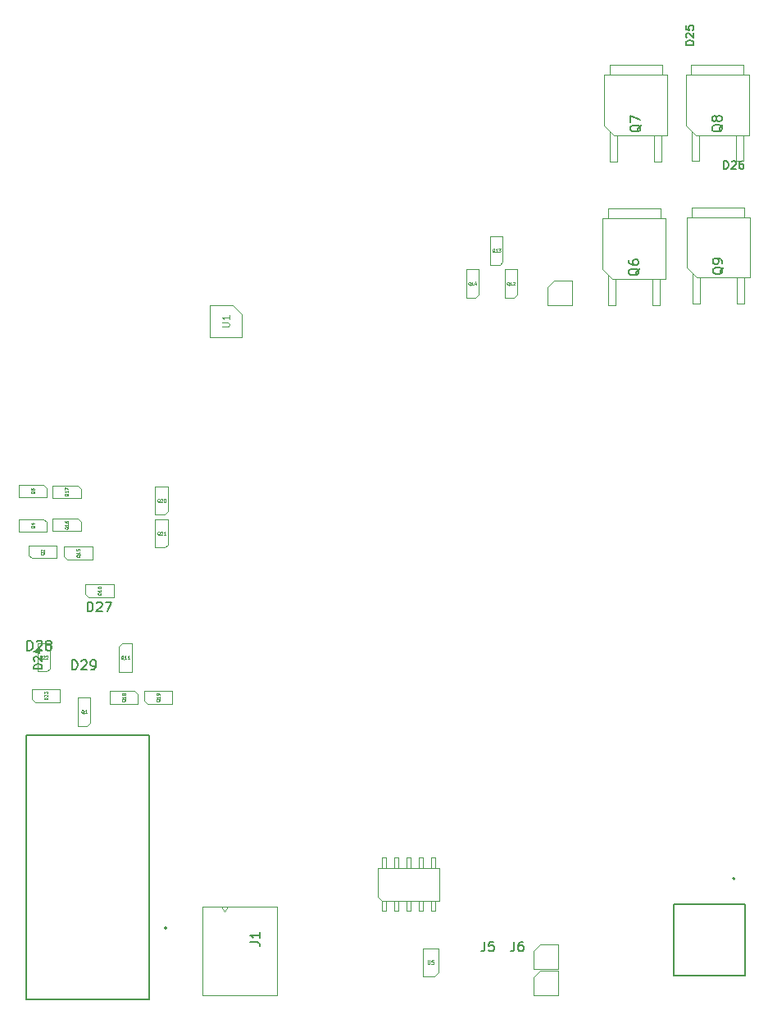
<source format=gbr>
G04 #@! TF.GenerationSoftware,KiCad,Pcbnew,(6.0.1)*
G04 #@! TF.CreationDate,2022-09-01T10:58:57+03:00*
G04 #@! TF.ProjectId,alphax_2ch,616c7068-6178-45f3-9263-682e6b696361,b*
G04 #@! TF.SameCoordinates,PX141f5e0PYa2cace0*
G04 #@! TF.FileFunction,AssemblyDrawing,Top*
%FSLAX46Y46*%
G04 Gerber Fmt 4.6, Leading zero omitted, Abs format (unit mm)*
G04 Created by KiCad (PCBNEW (6.0.1)) date 2022-09-01 10:58:57*
%MOMM*%
%LPD*%
G01*
G04 APERTURE LIST*
%ADD10C,0.110000*%
%ADD11C,0.150000*%
%ADD12C,0.050000*%
%ADD13C,0.060000*%
%ADD14C,0.170000*%
%ADD15C,0.100000*%
%ADD16C,0.127000*%
%ADD17C,0.200000*%
G04 APERTURE END LIST*
D10*
G04 #@! TO.C,U1*
X27029285Y69648572D02*
X27636428Y69648572D01*
X27707857Y69684286D01*
X27743571Y69720000D01*
X27779285Y69791429D01*
X27779285Y69934286D01*
X27743571Y70005715D01*
X27707857Y70041429D01*
X27636428Y70077143D01*
X27029285Y70077143D01*
X27779285Y70827143D02*
X27779285Y70398572D01*
X27779285Y70612858D02*
X27029285Y70612858D01*
X27136428Y70541429D01*
X27207857Y70470000D01*
X27243571Y70398572D01*
D11*
G04 #@! TO.C,J5*
X54166666Y6197620D02*
X54166666Y5483334D01*
X54119047Y5340477D01*
X54023809Y5245239D01*
X53880952Y5197620D01*
X53785714Y5197620D01*
X55119047Y6197620D02*
X54642857Y6197620D01*
X54595238Y5721429D01*
X54642857Y5769048D01*
X54738095Y5816667D01*
X54976190Y5816667D01*
X55071428Y5769048D01*
X55119047Y5721429D01*
X55166666Y5626191D01*
X55166666Y5388096D01*
X55119047Y5292858D01*
X55071428Y5245239D01*
X54976190Y5197620D01*
X54738095Y5197620D01*
X54642857Y5245239D01*
X54595238Y5292858D01*
D12*
G04 #@! TO.C,Q13*
X55217142Y77324762D02*
X55186666Y77340000D01*
X55156190Y77370477D01*
X55110476Y77416191D01*
X55080000Y77431429D01*
X55049523Y77431429D01*
X55064761Y77355239D02*
X55034285Y77370477D01*
X55003809Y77400953D01*
X54988571Y77461905D01*
X54988571Y77568572D01*
X55003809Y77629524D01*
X55034285Y77660000D01*
X55064761Y77675239D01*
X55125714Y77675239D01*
X55156190Y77660000D01*
X55186666Y77629524D01*
X55201904Y77568572D01*
X55201904Y77461905D01*
X55186666Y77400953D01*
X55156190Y77370477D01*
X55125714Y77355239D01*
X55064761Y77355239D01*
X55506666Y77355239D02*
X55323809Y77355239D01*
X55415238Y77355239D02*
X55415238Y77675239D01*
X55384761Y77629524D01*
X55354285Y77599048D01*
X55323809Y77583810D01*
X55613333Y77675239D02*
X55811428Y77675239D01*
X55704761Y77553334D01*
X55750476Y77553334D01*
X55780952Y77538096D01*
X55796190Y77522858D01*
X55811428Y77492381D01*
X55811428Y77416191D01*
X55796190Y77385715D01*
X55780952Y77370477D01*
X55750476Y77355239D01*
X55659047Y77355239D01*
X55628571Y77370477D01*
X55613333Y77385715D01*
G04 #@! TO.C,Q1*
X12759523Y29734762D02*
X12729047Y29750000D01*
X12698571Y29780477D01*
X12652857Y29826191D01*
X12622380Y29841429D01*
X12591904Y29841429D01*
X12607142Y29765239D02*
X12576666Y29780477D01*
X12546190Y29810953D01*
X12530952Y29871905D01*
X12530952Y29978572D01*
X12546190Y30039524D01*
X12576666Y30070000D01*
X12607142Y30085239D01*
X12668095Y30085239D01*
X12698571Y30070000D01*
X12729047Y30039524D01*
X12744285Y29978572D01*
X12744285Y29871905D01*
X12729047Y29810953D01*
X12698571Y29780477D01*
X12668095Y29765239D01*
X12607142Y29765239D01*
X13049047Y29765239D02*
X12866190Y29765239D01*
X12957619Y29765239D02*
X12957619Y30085239D01*
X12927142Y30039524D01*
X12896666Y30009048D01*
X12866190Y29993810D01*
D11*
G04 #@! TO.C,D28*
X6935714Y36247620D02*
X6935714Y37247620D01*
X7173809Y37247620D01*
X7316666Y37200000D01*
X7411904Y37104762D01*
X7459523Y37009524D01*
X7507142Y36819048D01*
X7507142Y36676191D01*
X7459523Y36485715D01*
X7411904Y36390477D01*
X7316666Y36295239D01*
X7173809Y36247620D01*
X6935714Y36247620D01*
X7888095Y37152381D02*
X7935714Y37200000D01*
X8030952Y37247620D01*
X8269047Y37247620D01*
X8364285Y37200000D01*
X8411904Y37152381D01*
X8459523Y37057143D01*
X8459523Y36961905D01*
X8411904Y36819048D01*
X7840476Y36247620D01*
X8459523Y36247620D01*
X9030952Y36819048D02*
X8935714Y36866667D01*
X8888095Y36914286D01*
X8840476Y37009524D01*
X8840476Y37057143D01*
X8888095Y37152381D01*
X8935714Y37200000D01*
X9030952Y37247620D01*
X9221428Y37247620D01*
X9316666Y37200000D01*
X9364285Y37152381D01*
X9411904Y37057143D01*
X9411904Y37009524D01*
X9364285Y36914286D01*
X9316666Y36866667D01*
X9221428Y36819048D01*
X9030952Y36819048D01*
X8935714Y36771429D01*
X8888095Y36723810D01*
X8840476Y36628572D01*
X8840476Y36438096D01*
X8888095Y36342858D01*
X8935714Y36295239D01*
X9030952Y36247620D01*
X9221428Y36247620D01*
X9316666Y36295239D01*
X9364285Y36342858D01*
X9411904Y36438096D01*
X9411904Y36628572D01*
X9364285Y36723810D01*
X9316666Y36771429D01*
X9221428Y36819048D01*
G04 #@! TO.C,J1*
X29962380Y6141667D02*
X30676666Y6141667D01*
X30819523Y6094048D01*
X30914761Y5998810D01*
X30962380Y5855953D01*
X30962380Y5760715D01*
X30962380Y7141667D02*
X30962380Y6570239D01*
X30962380Y6855953D02*
X29962380Y6855953D01*
X30105238Y6760715D01*
X30200476Y6665477D01*
X30248095Y6570239D01*
G04 #@! TO.C,Q8*
X78767619Y90504762D02*
X78720000Y90409524D01*
X78624761Y90314286D01*
X78481904Y90171429D01*
X78434285Y90076191D01*
X78434285Y89980953D01*
X78672380Y90028572D02*
X78624761Y89933334D01*
X78529523Y89838096D01*
X78339047Y89790477D01*
X78005714Y89790477D01*
X77815238Y89838096D01*
X77720000Y89933334D01*
X77672380Y90028572D01*
X77672380Y90219048D01*
X77720000Y90314286D01*
X77815238Y90409524D01*
X78005714Y90457143D01*
X78339047Y90457143D01*
X78529523Y90409524D01*
X78624761Y90314286D01*
X78672380Y90219048D01*
X78672380Y90028572D01*
X78100952Y91028572D02*
X78053333Y90933334D01*
X78005714Y90885715D01*
X77910476Y90838096D01*
X77862857Y90838096D01*
X77767619Y90885715D01*
X77720000Y90933334D01*
X77672380Y91028572D01*
X77672380Y91219048D01*
X77720000Y91314286D01*
X77767619Y91361905D01*
X77862857Y91409524D01*
X77910476Y91409524D01*
X78005714Y91361905D01*
X78053333Y91314286D01*
X78100952Y91219048D01*
X78100952Y91028572D01*
X78148571Y90933334D01*
X78196190Y90885715D01*
X78291428Y90838096D01*
X78481904Y90838096D01*
X78577142Y90885715D01*
X78624761Y90933334D01*
X78672380Y91028572D01*
X78672380Y91219048D01*
X78624761Y91314286D01*
X78577142Y91361905D01*
X78481904Y91409524D01*
X78291428Y91409524D01*
X78196190Y91361905D01*
X78148571Y91314286D01*
X78100952Y91219048D01*
D12*
G04 #@! TO.C,Q4*
X7675238Y49119524D02*
X7660000Y49089048D01*
X7629523Y49058572D01*
X7583809Y49012858D01*
X7568571Y48982381D01*
X7568571Y48951905D01*
X7644761Y48967143D02*
X7629523Y48936667D01*
X7599047Y48906191D01*
X7538095Y48890953D01*
X7431428Y48890953D01*
X7370476Y48906191D01*
X7340000Y48936667D01*
X7324761Y48967143D01*
X7324761Y49028096D01*
X7340000Y49058572D01*
X7370476Y49089048D01*
X7431428Y49104286D01*
X7538095Y49104286D01*
X7599047Y49089048D01*
X7629523Y49058572D01*
X7644761Y49028096D01*
X7644761Y48967143D01*
X7431428Y49378572D02*
X7644761Y49378572D01*
X7309523Y49302381D02*
X7538095Y49226191D01*
X7538095Y49424286D01*
D13*
G04 #@! TO.C,U5*
X48285238Y4279048D02*
X48285238Y3955239D01*
X48304285Y3917143D01*
X48323333Y3898096D01*
X48361428Y3879048D01*
X48437619Y3879048D01*
X48475714Y3898096D01*
X48494761Y3917143D01*
X48513809Y3955239D01*
X48513809Y4279048D01*
X48894761Y4279048D02*
X48704285Y4279048D01*
X48685238Y4088572D01*
X48704285Y4107620D01*
X48742380Y4126667D01*
X48837619Y4126667D01*
X48875714Y4107620D01*
X48894761Y4088572D01*
X48913809Y4050477D01*
X48913809Y3955239D01*
X48894761Y3917143D01*
X48875714Y3898096D01*
X48837619Y3879048D01*
X48742380Y3879048D01*
X48704285Y3898096D01*
X48685238Y3917143D01*
D12*
G04 #@! TO.C,Q15*
X12375238Y46117143D02*
X12360000Y46086667D01*
X12329523Y46056191D01*
X12283809Y46010477D01*
X12268571Y45980000D01*
X12268571Y45949524D01*
X12344761Y45964762D02*
X12329523Y45934286D01*
X12299047Y45903810D01*
X12238095Y45888572D01*
X12131428Y45888572D01*
X12070476Y45903810D01*
X12040000Y45934286D01*
X12024761Y45964762D01*
X12024761Y46025715D01*
X12040000Y46056191D01*
X12070476Y46086667D01*
X12131428Y46101905D01*
X12238095Y46101905D01*
X12299047Y46086667D01*
X12329523Y46056191D01*
X12344761Y46025715D01*
X12344761Y45964762D01*
X12344761Y46406667D02*
X12344761Y46223810D01*
X12344761Y46315239D02*
X12024761Y46315239D01*
X12070476Y46284762D01*
X12100952Y46254286D01*
X12116190Y46223810D01*
X12024761Y46696191D02*
X12024761Y46543810D01*
X12177142Y46528572D01*
X12161904Y46543810D01*
X12146666Y46574286D01*
X12146666Y46650477D01*
X12161904Y46680953D01*
X12177142Y46696191D01*
X12207619Y46711429D01*
X12283809Y46711429D01*
X12314285Y46696191D01*
X12329523Y46680953D01*
X12344761Y46650477D01*
X12344761Y46574286D01*
X12329523Y46543810D01*
X12314285Y46528572D01*
G04 #@! TO.C,Q19*
X20627238Y31215143D02*
X20612000Y31184667D01*
X20581523Y31154191D01*
X20535809Y31108477D01*
X20520571Y31078000D01*
X20520571Y31047524D01*
X20596761Y31062762D02*
X20581523Y31032286D01*
X20551047Y31001810D01*
X20490095Y30986572D01*
X20383428Y30986572D01*
X20322476Y31001810D01*
X20292000Y31032286D01*
X20276761Y31062762D01*
X20276761Y31123715D01*
X20292000Y31154191D01*
X20322476Y31184667D01*
X20383428Y31199905D01*
X20490095Y31199905D01*
X20551047Y31184667D01*
X20581523Y31154191D01*
X20596761Y31123715D01*
X20596761Y31062762D01*
X20596761Y31504667D02*
X20596761Y31321810D01*
X20596761Y31413239D02*
X20276761Y31413239D01*
X20322476Y31382762D01*
X20352952Y31352286D01*
X20368190Y31321810D01*
X20596761Y31657048D02*
X20596761Y31718000D01*
X20581523Y31748477D01*
X20566285Y31763715D01*
X20520571Y31794191D01*
X20459619Y31809429D01*
X20337714Y31809429D01*
X20307238Y31794191D01*
X20292000Y31778953D01*
X20276761Y31748477D01*
X20276761Y31687524D01*
X20292000Y31657048D01*
X20307238Y31641810D01*
X20337714Y31626572D01*
X20413904Y31626572D01*
X20444380Y31641810D01*
X20459619Y31657048D01*
X20474857Y31687524D01*
X20474857Y31748477D01*
X20459619Y31778953D01*
X20444380Y31794191D01*
X20413904Y31809429D01*
G04 #@! TO.C,Q18*
X17071238Y31215143D02*
X17056000Y31184667D01*
X17025523Y31154191D01*
X16979809Y31108477D01*
X16964571Y31078000D01*
X16964571Y31047524D01*
X17040761Y31062762D02*
X17025523Y31032286D01*
X16995047Y31001810D01*
X16934095Y30986572D01*
X16827428Y30986572D01*
X16766476Y31001810D01*
X16736000Y31032286D01*
X16720761Y31062762D01*
X16720761Y31123715D01*
X16736000Y31154191D01*
X16766476Y31184667D01*
X16827428Y31199905D01*
X16934095Y31199905D01*
X16995047Y31184667D01*
X17025523Y31154191D01*
X17040761Y31123715D01*
X17040761Y31062762D01*
X17040761Y31504667D02*
X17040761Y31321810D01*
X17040761Y31413239D02*
X16720761Y31413239D01*
X16766476Y31382762D01*
X16796952Y31352286D01*
X16812190Y31321810D01*
X16857904Y31687524D02*
X16842666Y31657048D01*
X16827428Y31641810D01*
X16796952Y31626572D01*
X16781714Y31626572D01*
X16751238Y31641810D01*
X16736000Y31657048D01*
X16720761Y31687524D01*
X16720761Y31748477D01*
X16736000Y31778953D01*
X16751238Y31794191D01*
X16781714Y31809429D01*
X16796952Y31809429D01*
X16827428Y31794191D01*
X16842666Y31778953D01*
X16857904Y31748477D01*
X16857904Y31687524D01*
X16873142Y31657048D01*
X16888380Y31641810D01*
X16918857Y31626572D01*
X16979809Y31626572D01*
X17010285Y31641810D01*
X17025523Y31657048D01*
X17040761Y31687524D01*
X17040761Y31748477D01*
X17025523Y31778953D01*
X17010285Y31794191D01*
X16979809Y31809429D01*
X16918857Y31809429D01*
X16888380Y31794191D01*
X16873142Y31778953D01*
X16857904Y31748477D01*
D14*
G04 #@! TO.C,D26*
X78904285Y85929048D02*
X78904285Y86749048D01*
X79099523Y86749048D01*
X79216666Y86710000D01*
X79294761Y86631905D01*
X79333809Y86553810D01*
X79372857Y86397620D01*
X79372857Y86280477D01*
X79333809Y86124286D01*
X79294761Y86046191D01*
X79216666Y85968096D01*
X79099523Y85929048D01*
X78904285Y85929048D01*
X79685238Y86670953D02*
X79724285Y86710000D01*
X79802380Y86749048D01*
X79997619Y86749048D01*
X80075714Y86710000D01*
X80114761Y86670953D01*
X80153809Y86592858D01*
X80153809Y86514762D01*
X80114761Y86397620D01*
X79646190Y85929048D01*
X80153809Y85929048D01*
X80856666Y86749048D02*
X80700476Y86749048D01*
X80622380Y86710000D01*
X80583333Y86670953D01*
X80505238Y86553810D01*
X80466190Y86397620D01*
X80466190Y86085239D01*
X80505238Y86007143D01*
X80544285Y85968096D01*
X80622380Y85929048D01*
X80778571Y85929048D01*
X80856666Y85968096D01*
X80895714Y86007143D01*
X80934761Y86085239D01*
X80934761Y86280477D01*
X80895714Y86358572D01*
X80856666Y86397620D01*
X80778571Y86436667D01*
X80622380Y86436667D01*
X80544285Y86397620D01*
X80505238Y86358572D01*
X80466190Y86280477D01*
D12*
G04 #@! TO.C,Q22*
X8447142Y35334762D02*
X8416666Y35350000D01*
X8386190Y35380477D01*
X8340476Y35426191D01*
X8310000Y35441429D01*
X8279523Y35441429D01*
X8294761Y35365239D02*
X8264285Y35380477D01*
X8233809Y35410953D01*
X8218571Y35471905D01*
X8218571Y35578572D01*
X8233809Y35639524D01*
X8264285Y35670000D01*
X8294761Y35685239D01*
X8355714Y35685239D01*
X8386190Y35670000D01*
X8416666Y35639524D01*
X8431904Y35578572D01*
X8431904Y35471905D01*
X8416666Y35410953D01*
X8386190Y35380477D01*
X8355714Y35365239D01*
X8294761Y35365239D01*
X8553809Y35654762D02*
X8569047Y35670000D01*
X8599523Y35685239D01*
X8675714Y35685239D01*
X8706190Y35670000D01*
X8721428Y35654762D01*
X8736666Y35624286D01*
X8736666Y35593810D01*
X8721428Y35548096D01*
X8538571Y35365239D01*
X8736666Y35365239D01*
X8858571Y35654762D02*
X8873809Y35670000D01*
X8904285Y35685239D01*
X8980476Y35685239D01*
X9010952Y35670000D01*
X9026190Y35654762D01*
X9041428Y35624286D01*
X9041428Y35593810D01*
X9026190Y35548096D01*
X8843333Y35365239D01*
X9041428Y35365239D01*
D11*
G04 #@! TO.C,J6*
X57216666Y6197620D02*
X57216666Y5483334D01*
X57169047Y5340477D01*
X57073809Y5245239D01*
X56930952Y5197620D01*
X56835714Y5197620D01*
X58121428Y6197620D02*
X57930952Y6197620D01*
X57835714Y6150000D01*
X57788095Y6102381D01*
X57692857Y5959524D01*
X57645238Y5769048D01*
X57645238Y5388096D01*
X57692857Y5292858D01*
X57740476Y5245239D01*
X57835714Y5197620D01*
X58026190Y5197620D01*
X58121428Y5245239D01*
X58169047Y5292858D01*
X58216666Y5388096D01*
X58216666Y5626191D01*
X58169047Y5721429D01*
X58121428Y5769048D01*
X58026190Y5816667D01*
X57835714Y5816667D01*
X57740476Y5769048D01*
X57692857Y5721429D01*
X57645238Y5626191D01*
D12*
G04 #@! TO.C,Q14*
X52717142Y73924762D02*
X52686666Y73940000D01*
X52656190Y73970477D01*
X52610476Y74016191D01*
X52580000Y74031429D01*
X52549523Y74031429D01*
X52564761Y73955239D02*
X52534285Y73970477D01*
X52503809Y74000953D01*
X52488571Y74061905D01*
X52488571Y74168572D01*
X52503809Y74229524D01*
X52534285Y74260000D01*
X52564761Y74275239D01*
X52625714Y74275239D01*
X52656190Y74260000D01*
X52686666Y74229524D01*
X52701904Y74168572D01*
X52701904Y74061905D01*
X52686666Y74000953D01*
X52656190Y73970477D01*
X52625714Y73955239D01*
X52564761Y73955239D01*
X53006666Y73955239D02*
X52823809Y73955239D01*
X52915238Y73955239D02*
X52915238Y74275239D01*
X52884761Y74229524D01*
X52854285Y74199048D01*
X52823809Y74183810D01*
X53280952Y74168572D02*
X53280952Y73955239D01*
X53204761Y74290477D02*
X53128571Y74061905D01*
X53326666Y74061905D01*
D11*
G04 #@! TO.C,D29*
X11545714Y34247620D02*
X11545714Y35247620D01*
X11783809Y35247620D01*
X11926666Y35200000D01*
X12021904Y35104762D01*
X12069523Y35009524D01*
X12117142Y34819048D01*
X12117142Y34676191D01*
X12069523Y34485715D01*
X12021904Y34390477D01*
X11926666Y34295239D01*
X11783809Y34247620D01*
X11545714Y34247620D01*
X12498095Y35152381D02*
X12545714Y35200000D01*
X12640952Y35247620D01*
X12879047Y35247620D01*
X12974285Y35200000D01*
X13021904Y35152381D01*
X13069523Y35057143D01*
X13069523Y34961905D01*
X13021904Y34819048D01*
X12450476Y34247620D01*
X13069523Y34247620D01*
X13545714Y34247620D02*
X13736190Y34247620D01*
X13831428Y34295239D01*
X13879047Y34342858D01*
X13974285Y34485715D01*
X14021904Y34676191D01*
X14021904Y35057143D01*
X13974285Y35152381D01*
X13926666Y35200000D01*
X13831428Y35247620D01*
X13640952Y35247620D01*
X13545714Y35200000D01*
X13498095Y35152381D01*
X13450476Y35057143D01*
X13450476Y34819048D01*
X13498095Y34723810D01*
X13545714Y34676191D01*
X13640952Y34628572D01*
X13831428Y34628572D01*
X13926666Y34676191D01*
X13974285Y34723810D01*
X14021904Y34819048D01*
D12*
G04 #@! TO.C,Q17*
X11175238Y52417143D02*
X11160000Y52386667D01*
X11129523Y52356191D01*
X11083809Y52310477D01*
X11068571Y52280000D01*
X11068571Y52249524D01*
X11144761Y52264762D02*
X11129523Y52234286D01*
X11099047Y52203810D01*
X11038095Y52188572D01*
X10931428Y52188572D01*
X10870476Y52203810D01*
X10840000Y52234286D01*
X10824761Y52264762D01*
X10824761Y52325715D01*
X10840000Y52356191D01*
X10870476Y52386667D01*
X10931428Y52401905D01*
X11038095Y52401905D01*
X11099047Y52386667D01*
X11129523Y52356191D01*
X11144761Y52325715D01*
X11144761Y52264762D01*
X11144761Y52706667D02*
X11144761Y52523810D01*
X11144761Y52615239D02*
X10824761Y52615239D01*
X10870476Y52584762D01*
X10900952Y52554286D01*
X10916190Y52523810D01*
X10824761Y52813334D02*
X10824761Y53026667D01*
X11144761Y52889524D01*
G04 #@! TO.C,Q20*
X20617142Y51524762D02*
X20586666Y51540000D01*
X20556190Y51570477D01*
X20510476Y51616191D01*
X20480000Y51631429D01*
X20449523Y51631429D01*
X20464761Y51555239D02*
X20434285Y51570477D01*
X20403809Y51600953D01*
X20388571Y51661905D01*
X20388571Y51768572D01*
X20403809Y51829524D01*
X20434285Y51860000D01*
X20464761Y51875239D01*
X20525714Y51875239D01*
X20556190Y51860000D01*
X20586666Y51829524D01*
X20601904Y51768572D01*
X20601904Y51661905D01*
X20586666Y51600953D01*
X20556190Y51570477D01*
X20525714Y51555239D01*
X20464761Y51555239D01*
X20723809Y51844762D02*
X20739047Y51860000D01*
X20769523Y51875239D01*
X20845714Y51875239D01*
X20876190Y51860000D01*
X20891428Y51844762D01*
X20906666Y51814286D01*
X20906666Y51783810D01*
X20891428Y51738096D01*
X20708571Y51555239D01*
X20906666Y51555239D01*
X21104761Y51875239D02*
X21135238Y51875239D01*
X21165714Y51860000D01*
X21180952Y51844762D01*
X21196190Y51814286D01*
X21211428Y51753334D01*
X21211428Y51677143D01*
X21196190Y51616191D01*
X21180952Y51585715D01*
X21165714Y51570477D01*
X21135238Y51555239D01*
X21104761Y51555239D01*
X21074285Y51570477D01*
X21059047Y51585715D01*
X21043809Y51616191D01*
X21028571Y51677143D01*
X21028571Y51753334D01*
X21043809Y51814286D01*
X21059047Y51844762D01*
X21074285Y51860000D01*
X21104761Y51875239D01*
G04 #@! TO.C,D23*
X8994761Y31181429D02*
X8674761Y31181429D01*
X8674761Y31257620D01*
X8690000Y31303334D01*
X8720476Y31333810D01*
X8750952Y31349048D01*
X8811904Y31364286D01*
X8857619Y31364286D01*
X8918571Y31349048D01*
X8949047Y31333810D01*
X8979523Y31303334D01*
X8994761Y31257620D01*
X8994761Y31181429D01*
X8705238Y31486191D02*
X8690000Y31501429D01*
X8674761Y31531905D01*
X8674761Y31608096D01*
X8690000Y31638572D01*
X8705238Y31653810D01*
X8735714Y31669048D01*
X8766190Y31669048D01*
X8811904Y31653810D01*
X8994761Y31470953D01*
X8994761Y31669048D01*
X8674761Y31775715D02*
X8674761Y31973810D01*
X8796666Y31867143D01*
X8796666Y31912858D01*
X8811904Y31943334D01*
X8827142Y31958572D01*
X8857619Y31973810D01*
X8933809Y31973810D01*
X8964285Y31958572D01*
X8979523Y31943334D01*
X8994761Y31912858D01*
X8994761Y31821429D01*
X8979523Y31790953D01*
X8964285Y31775715D01*
G04 #@! TO.C,Q5*
X7675238Y52669524D02*
X7660000Y52639048D01*
X7629523Y52608572D01*
X7583809Y52562858D01*
X7568571Y52532381D01*
X7568571Y52501905D01*
X7644761Y52517143D02*
X7629523Y52486667D01*
X7599047Y52456191D01*
X7538095Y52440953D01*
X7431428Y52440953D01*
X7370476Y52456191D01*
X7340000Y52486667D01*
X7324761Y52517143D01*
X7324761Y52578096D01*
X7340000Y52608572D01*
X7370476Y52639048D01*
X7431428Y52654286D01*
X7538095Y52654286D01*
X7599047Y52639048D01*
X7629523Y52608572D01*
X7644761Y52578096D01*
X7644761Y52517143D01*
X7324761Y52943810D02*
X7324761Y52791429D01*
X7477142Y52776191D01*
X7461904Y52791429D01*
X7446666Y52821905D01*
X7446666Y52898096D01*
X7461904Y52928572D01*
X7477142Y52943810D01*
X7507619Y52959048D01*
X7583809Y52959048D01*
X7614285Y52943810D01*
X7629523Y52928572D01*
X7644761Y52898096D01*
X7644761Y52821905D01*
X7629523Y52791429D01*
X7614285Y52776191D01*
G04 #@! TO.C,Q12*
X56695142Y73924762D02*
X56664666Y73940000D01*
X56634190Y73970477D01*
X56588476Y74016191D01*
X56558000Y74031429D01*
X56527523Y74031429D01*
X56542761Y73955239D02*
X56512285Y73970477D01*
X56481809Y74000953D01*
X56466571Y74061905D01*
X56466571Y74168572D01*
X56481809Y74229524D01*
X56512285Y74260000D01*
X56542761Y74275239D01*
X56603714Y74275239D01*
X56634190Y74260000D01*
X56664666Y74229524D01*
X56679904Y74168572D01*
X56679904Y74061905D01*
X56664666Y74000953D01*
X56634190Y73970477D01*
X56603714Y73955239D01*
X56542761Y73955239D01*
X56984666Y73955239D02*
X56801809Y73955239D01*
X56893238Y73955239D02*
X56893238Y74275239D01*
X56862761Y74229524D01*
X56832285Y74199048D01*
X56801809Y74183810D01*
X57106571Y74244762D02*
X57121809Y74260000D01*
X57152285Y74275239D01*
X57228476Y74275239D01*
X57258952Y74260000D01*
X57274190Y74244762D01*
X57289428Y74214286D01*
X57289428Y74183810D01*
X57274190Y74138096D01*
X57091333Y73955239D01*
X57289428Y73955239D01*
G04 #@! TO.C,Q2*
X8675238Y46369524D02*
X8660000Y46339048D01*
X8629523Y46308572D01*
X8583809Y46262858D01*
X8568571Y46232381D01*
X8568571Y46201905D01*
X8644761Y46217143D02*
X8629523Y46186667D01*
X8599047Y46156191D01*
X8538095Y46140953D01*
X8431428Y46140953D01*
X8370476Y46156191D01*
X8340000Y46186667D01*
X8324761Y46217143D01*
X8324761Y46278096D01*
X8340000Y46308572D01*
X8370476Y46339048D01*
X8431428Y46354286D01*
X8538095Y46354286D01*
X8599047Y46339048D01*
X8629523Y46308572D01*
X8644761Y46278096D01*
X8644761Y46217143D01*
X8355238Y46476191D02*
X8340000Y46491429D01*
X8324761Y46521905D01*
X8324761Y46598096D01*
X8340000Y46628572D01*
X8355238Y46643810D01*
X8385714Y46659048D01*
X8416190Y46659048D01*
X8461904Y46643810D01*
X8644761Y46460953D01*
X8644761Y46659048D01*
G04 #@! TO.C,Q16*
X11175238Y49017143D02*
X11160000Y48986667D01*
X11129523Y48956191D01*
X11083809Y48910477D01*
X11068571Y48880000D01*
X11068571Y48849524D01*
X11144761Y48864762D02*
X11129523Y48834286D01*
X11099047Y48803810D01*
X11038095Y48788572D01*
X10931428Y48788572D01*
X10870476Y48803810D01*
X10840000Y48834286D01*
X10824761Y48864762D01*
X10824761Y48925715D01*
X10840000Y48956191D01*
X10870476Y48986667D01*
X10931428Y49001905D01*
X11038095Y49001905D01*
X11099047Y48986667D01*
X11129523Y48956191D01*
X11144761Y48925715D01*
X11144761Y48864762D01*
X11144761Y49306667D02*
X11144761Y49123810D01*
X11144761Y49215239D02*
X10824761Y49215239D01*
X10870476Y49184762D01*
X10900952Y49154286D01*
X10916190Y49123810D01*
X10824761Y49580953D02*
X10824761Y49520000D01*
X10840000Y49489524D01*
X10855238Y49474286D01*
X10900952Y49443810D01*
X10961904Y49428572D01*
X11083809Y49428572D01*
X11114285Y49443810D01*
X11129523Y49459048D01*
X11144761Y49489524D01*
X11144761Y49550477D01*
X11129523Y49580953D01*
X11114285Y49596191D01*
X11083809Y49611429D01*
X11007619Y49611429D01*
X10977142Y49596191D01*
X10961904Y49580953D01*
X10946666Y49550477D01*
X10946666Y49489524D01*
X10961904Y49459048D01*
X10977142Y49443810D01*
X11007619Y49428572D01*
D11*
G04 #@! TO.C,Q7*
X70337619Y90494762D02*
X70290000Y90399524D01*
X70194761Y90304286D01*
X70051904Y90161429D01*
X70004285Y90066191D01*
X70004285Y89970953D01*
X70242380Y90018572D02*
X70194761Y89923334D01*
X70099523Y89828096D01*
X69909047Y89780477D01*
X69575714Y89780477D01*
X69385238Y89828096D01*
X69290000Y89923334D01*
X69242380Y90018572D01*
X69242380Y90209048D01*
X69290000Y90304286D01*
X69385238Y90399524D01*
X69575714Y90447143D01*
X69909047Y90447143D01*
X70099523Y90399524D01*
X70194761Y90304286D01*
X70242380Y90209048D01*
X70242380Y90018572D01*
X69242380Y90780477D02*
X69242380Y91447143D01*
X70242380Y91018572D01*
G04 #@! TO.C,Q6*
X70157619Y75674762D02*
X70110000Y75579524D01*
X70014761Y75484286D01*
X69871904Y75341429D01*
X69824285Y75246191D01*
X69824285Y75150953D01*
X70062380Y75198572D02*
X70014761Y75103334D01*
X69919523Y75008096D01*
X69729047Y74960477D01*
X69395714Y74960477D01*
X69205238Y75008096D01*
X69110000Y75103334D01*
X69062380Y75198572D01*
X69062380Y75389048D01*
X69110000Y75484286D01*
X69205238Y75579524D01*
X69395714Y75627143D01*
X69729047Y75627143D01*
X69919523Y75579524D01*
X70014761Y75484286D01*
X70062380Y75389048D01*
X70062380Y75198572D01*
X69062380Y76484286D02*
X69062380Y76293810D01*
X69110000Y76198572D01*
X69157619Y76150953D01*
X69300476Y76055715D01*
X69490952Y76008096D01*
X69871904Y76008096D01*
X69967142Y76055715D01*
X70014761Y76103334D01*
X70062380Y76198572D01*
X70062380Y76389048D01*
X70014761Y76484286D01*
X69967142Y76531905D01*
X69871904Y76579524D01*
X69633809Y76579524D01*
X69538571Y76531905D01*
X69490952Y76484286D01*
X69443333Y76389048D01*
X69443333Y76198572D01*
X69490952Y76103334D01*
X69538571Y76055715D01*
X69633809Y76008096D01*
D12*
G04 #@! TO.C,Q21*
X20617142Y48124762D02*
X20586666Y48140000D01*
X20556190Y48170477D01*
X20510476Y48216191D01*
X20480000Y48231429D01*
X20449523Y48231429D01*
X20464761Y48155239D02*
X20434285Y48170477D01*
X20403809Y48200953D01*
X20388571Y48261905D01*
X20388571Y48368572D01*
X20403809Y48429524D01*
X20434285Y48460000D01*
X20464761Y48475239D01*
X20525714Y48475239D01*
X20556190Y48460000D01*
X20586666Y48429524D01*
X20601904Y48368572D01*
X20601904Y48261905D01*
X20586666Y48200953D01*
X20556190Y48170477D01*
X20525714Y48155239D01*
X20464761Y48155239D01*
X20723809Y48444762D02*
X20739047Y48460000D01*
X20769523Y48475239D01*
X20845714Y48475239D01*
X20876190Y48460000D01*
X20891428Y48444762D01*
X20906666Y48414286D01*
X20906666Y48383810D01*
X20891428Y48338096D01*
X20708571Y48155239D01*
X20906666Y48155239D01*
X21211428Y48155239D02*
X21028571Y48155239D01*
X21120000Y48155239D02*
X21120000Y48475239D01*
X21089523Y48429524D01*
X21059047Y48399048D01*
X21028571Y48383810D01*
D11*
G04 #@! TO.C,D27*
X13135714Y40247620D02*
X13135714Y41247620D01*
X13373809Y41247620D01*
X13516666Y41200000D01*
X13611904Y41104762D01*
X13659523Y41009524D01*
X13707142Y40819048D01*
X13707142Y40676191D01*
X13659523Y40485715D01*
X13611904Y40390477D01*
X13516666Y40295239D01*
X13373809Y40247620D01*
X13135714Y40247620D01*
X14088095Y41152381D02*
X14135714Y41200000D01*
X14230952Y41247620D01*
X14469047Y41247620D01*
X14564285Y41200000D01*
X14611904Y41152381D01*
X14659523Y41057143D01*
X14659523Y40961905D01*
X14611904Y40819048D01*
X14040476Y40247620D01*
X14659523Y40247620D01*
X14992857Y41247620D02*
X15659523Y41247620D01*
X15230952Y40247620D01*
D12*
G04 #@! TO.C,Q10*
X14575238Y42217143D02*
X14560000Y42186667D01*
X14529523Y42156191D01*
X14483809Y42110477D01*
X14468571Y42080000D01*
X14468571Y42049524D01*
X14544761Y42064762D02*
X14529523Y42034286D01*
X14499047Y42003810D01*
X14438095Y41988572D01*
X14331428Y41988572D01*
X14270476Y42003810D01*
X14240000Y42034286D01*
X14224761Y42064762D01*
X14224761Y42125715D01*
X14240000Y42156191D01*
X14270476Y42186667D01*
X14331428Y42201905D01*
X14438095Y42201905D01*
X14499047Y42186667D01*
X14529523Y42156191D01*
X14544761Y42125715D01*
X14544761Y42064762D01*
X14544761Y42506667D02*
X14544761Y42323810D01*
X14544761Y42415239D02*
X14224761Y42415239D01*
X14270476Y42384762D01*
X14300952Y42354286D01*
X14316190Y42323810D01*
X14224761Y42704762D02*
X14224761Y42735239D01*
X14240000Y42765715D01*
X14255238Y42780953D01*
X14285714Y42796191D01*
X14346666Y42811429D01*
X14422857Y42811429D01*
X14483809Y42796191D01*
X14514285Y42780953D01*
X14529523Y42765715D01*
X14544761Y42735239D01*
X14544761Y42704762D01*
X14529523Y42674286D01*
X14514285Y42659048D01*
X14483809Y42643810D01*
X14422857Y42628572D01*
X14346666Y42628572D01*
X14285714Y42643810D01*
X14255238Y42659048D01*
X14240000Y42674286D01*
X14224761Y42704762D01*
D14*
G04 #@! TO.C,D24*
X8430952Y34369286D02*
X7610952Y34369286D01*
X7610952Y34564524D01*
X7650000Y34681667D01*
X7728095Y34759762D01*
X7806190Y34798810D01*
X7962380Y34837858D01*
X8079523Y34837858D01*
X8235714Y34798810D01*
X8313809Y34759762D01*
X8391904Y34681667D01*
X8430952Y34564524D01*
X8430952Y34369286D01*
X7689047Y35150239D02*
X7650000Y35189286D01*
X7610952Y35267381D01*
X7610952Y35462620D01*
X7650000Y35540715D01*
X7689047Y35579762D01*
X7767142Y35618810D01*
X7845238Y35618810D01*
X7962380Y35579762D01*
X8430952Y35111191D01*
X8430952Y35618810D01*
X7884285Y36321667D02*
X8430952Y36321667D01*
X7571904Y36126429D02*
X8157619Y35931191D01*
X8157619Y36438810D01*
D12*
G04 #@! TO.C,Q11*
X16867142Y35324762D02*
X16836666Y35340000D01*
X16806190Y35370477D01*
X16760476Y35416191D01*
X16730000Y35431429D01*
X16699523Y35431429D01*
X16714761Y35355239D02*
X16684285Y35370477D01*
X16653809Y35400953D01*
X16638571Y35461905D01*
X16638571Y35568572D01*
X16653809Y35629524D01*
X16684285Y35660000D01*
X16714761Y35675239D01*
X16775714Y35675239D01*
X16806190Y35660000D01*
X16836666Y35629524D01*
X16851904Y35568572D01*
X16851904Y35461905D01*
X16836666Y35400953D01*
X16806190Y35370477D01*
X16775714Y35355239D01*
X16714761Y35355239D01*
X17156666Y35355239D02*
X16973809Y35355239D01*
X17065238Y35355239D02*
X17065238Y35675239D01*
X17034761Y35629524D01*
X17004285Y35599048D01*
X16973809Y35583810D01*
X17461428Y35355239D02*
X17278571Y35355239D01*
X17370000Y35355239D02*
X17370000Y35675239D01*
X17339523Y35629524D01*
X17309047Y35599048D01*
X17278571Y35583810D01*
D14*
G04 #@! TO.C,D25*
X75770952Y98704286D02*
X74950952Y98704286D01*
X74950952Y98899524D01*
X74990000Y99016667D01*
X75068095Y99094762D01*
X75146190Y99133810D01*
X75302380Y99172858D01*
X75419523Y99172858D01*
X75575714Y99133810D01*
X75653809Y99094762D01*
X75731904Y99016667D01*
X75770952Y98899524D01*
X75770952Y98704286D01*
X75029047Y99485239D02*
X74990000Y99524286D01*
X74950952Y99602381D01*
X74950952Y99797620D01*
X74990000Y99875715D01*
X75029047Y99914762D01*
X75107142Y99953810D01*
X75185238Y99953810D01*
X75302380Y99914762D01*
X75770952Y99446191D01*
X75770952Y99953810D01*
X74950952Y100695715D02*
X74950952Y100305239D01*
X75341428Y100266191D01*
X75302380Y100305239D01*
X75263333Y100383334D01*
X75263333Y100578572D01*
X75302380Y100656667D01*
X75341428Y100695715D01*
X75419523Y100734762D01*
X75614761Y100734762D01*
X75692857Y100695715D01*
X75731904Y100656667D01*
X75770952Y100578572D01*
X75770952Y100383334D01*
X75731904Y100305239D01*
X75692857Y100266191D01*
D11*
G04 #@! TO.C,Q9*
X78837619Y75794762D02*
X78790000Y75699524D01*
X78694761Y75604286D01*
X78551904Y75461429D01*
X78504285Y75366191D01*
X78504285Y75270953D01*
X78742380Y75318572D02*
X78694761Y75223334D01*
X78599523Y75128096D01*
X78409047Y75080477D01*
X78075714Y75080477D01*
X77885238Y75128096D01*
X77790000Y75223334D01*
X77742380Y75318572D01*
X77742380Y75509048D01*
X77790000Y75604286D01*
X77885238Y75699524D01*
X78075714Y75747143D01*
X78409047Y75747143D01*
X78599523Y75699524D01*
X78694761Y75604286D01*
X78742380Y75509048D01*
X78742380Y75318572D01*
X78742380Y76223334D02*
X78742380Y76413810D01*
X78694761Y76509048D01*
X78647142Y76556667D01*
X78504285Y76651905D01*
X78313809Y76699524D01*
X77932857Y76699524D01*
X77837619Y76651905D01*
X77790000Y76604286D01*
X77742380Y76509048D01*
X77742380Y76318572D01*
X77790000Y76223334D01*
X77837619Y76175715D01*
X77932857Y76128096D01*
X78170952Y76128096D01*
X78266190Y76175715D01*
X78313809Y76223334D01*
X78361428Y76318572D01*
X78361428Y76509048D01*
X78313809Y76604286D01*
X78266190Y76651905D01*
X78170952Y76699524D01*
D15*
G04 #@! TO.C,U1*
X29090000Y68570000D02*
X25790000Y68570000D01*
X25790000Y68570000D02*
X25790000Y71870000D01*
X29090000Y70970000D02*
X29090000Y68570000D01*
X25790000Y71870000D02*
X28190000Y71870000D01*
X28190000Y71870000D02*
X29090000Y70970000D01*
G04 #@! TO.C,Q13*
X54750000Y76050000D02*
X54750000Y78950000D01*
X56050000Y76375000D02*
X55725000Y76050000D01*
X54750000Y78950000D02*
X56050000Y78950000D01*
X55725000Y76050000D02*
X54750000Y76050000D01*
X56050000Y78950000D02*
X56050000Y76375000D01*
G04 #@! TO.C,Q1*
X13115000Y28460000D02*
X12140000Y28460000D01*
X13440000Y28785000D02*
X13115000Y28460000D01*
X12140000Y28460000D02*
X12140000Y31360000D01*
X13440000Y31360000D02*
X13440000Y28785000D01*
X12140000Y31360000D02*
X13440000Y31360000D01*
G04 #@! TO.C,P2*
X60688000Y73735000D02*
X61323000Y74370000D01*
X60688000Y71830000D02*
X60688000Y73735000D01*
X61323000Y74370000D02*
X63228000Y74370000D01*
X63228000Y74370000D02*
X63228000Y71830000D01*
X63228000Y71830000D02*
X60688000Y71830000D01*
G04 #@! TO.C,J1*
X25060000Y9825000D02*
X25060000Y625000D01*
X25060000Y625000D02*
X32760000Y625000D01*
X25060000Y9825000D02*
X32760000Y9825000D01*
X26960000Y9825000D02*
X27310000Y9325000D01*
X32760000Y625000D02*
X32760000Y9825000D01*
X27310000Y9325000D02*
X27660000Y9825000D01*
G04 #@! TO.C,Q8*
X75520000Y95650000D02*
X75520000Y96650000D01*
X80125000Y89430000D02*
X80125000Y86730000D01*
X74970000Y95650000D02*
X81470000Y95650000D01*
X80125000Y86730000D02*
X80875000Y86730000D01*
X75565000Y89835000D02*
X75565000Y86730000D01*
X81470000Y89430000D02*
X75970000Y89430000D01*
X80875000Y86730000D02*
X80875000Y89430000D01*
X74970000Y90430000D02*
X74970000Y95650000D01*
X80920000Y96650000D02*
X80920000Y95650000D01*
X75970000Y89430000D02*
X74970000Y90430000D01*
X75565000Y86730000D02*
X76315000Y86730000D01*
X76315000Y86730000D02*
X76315000Y89430000D01*
X81470000Y95650000D02*
X81470000Y89430000D01*
X75520000Y96650000D02*
X80920000Y96650000D01*
G04 #@! TO.C,Q4*
X6050000Y49800000D02*
X8625000Y49800000D01*
X8950000Y48500000D02*
X6050000Y48500000D01*
X6050000Y48500000D02*
X6050000Y49800000D01*
X8625000Y49800000D02*
X8950000Y49475000D01*
X8950000Y49475000D02*
X8950000Y48500000D01*
G04 #@! TO.C,U5*
X47790000Y5510000D02*
X49390000Y5510000D01*
X47790000Y2610000D02*
X47790000Y5510000D01*
X48990000Y2610000D02*
X47790000Y2610000D01*
X49390000Y3010000D02*
X48990000Y2610000D01*
X49390000Y5510000D02*
X49390000Y3010000D01*
G04 #@! TO.C,Q15*
X10750000Y46950000D02*
X13650000Y46950000D01*
X10750000Y45975000D02*
X10750000Y46950000D01*
X13650000Y46950000D02*
X13650000Y45650000D01*
X13650000Y45650000D02*
X11075000Y45650000D01*
X11075000Y45650000D02*
X10750000Y45975000D01*
G04 #@! TO.C,Q19*
X21902000Y30748000D02*
X19327000Y30748000D01*
X19002000Y32048000D02*
X21902000Y32048000D01*
X21902000Y32048000D02*
X21902000Y30748000D01*
X19002000Y31073000D02*
X19002000Y32048000D01*
X19327000Y30748000D02*
X19002000Y31073000D01*
G04 #@! TO.C,Q18*
X18021000Y32048000D02*
X18346000Y31723000D01*
X15446000Y32048000D02*
X18021000Y32048000D01*
X18346000Y31723000D02*
X18346000Y30748000D01*
X18346000Y30748000D02*
X15446000Y30748000D01*
X15446000Y30748000D02*
X15446000Y32048000D01*
G04 #@! TO.C,Q22*
X7980000Y34060000D02*
X7980000Y36960000D01*
X9280000Y36960000D02*
X9280000Y34385000D01*
X9280000Y34385000D02*
X8955000Y34060000D01*
X7980000Y36960000D02*
X9280000Y36960000D01*
X8955000Y34060000D02*
X7980000Y34060000D01*
G04 #@! TO.C,P3*
X59875000Y3170000D02*
X61780000Y3170000D01*
X59240000Y2535000D02*
X59875000Y3170000D01*
X61780000Y630000D02*
X59240000Y630000D01*
X61780000Y3170000D02*
X61780000Y630000D01*
X59240000Y630000D02*
X59240000Y2535000D01*
G04 #@! TO.C,Q14*
X52250000Y75550000D02*
X53550000Y75550000D01*
X53550000Y72975000D02*
X53225000Y72650000D01*
X52250000Y72650000D02*
X52250000Y75550000D01*
X53550000Y75550000D02*
X53550000Y72975000D01*
X53225000Y72650000D02*
X52250000Y72650000D01*
G04 #@! TO.C,Q17*
X9550000Y51950000D02*
X9550000Y53250000D01*
X12450000Y52925000D02*
X12450000Y51950000D01*
X12450000Y51950000D02*
X9550000Y51950000D01*
X12125000Y53250000D02*
X12450000Y52925000D01*
X9550000Y53250000D02*
X12125000Y53250000D01*
G04 #@! TO.C,Q20*
X21125000Y50250000D02*
X20150000Y50250000D01*
X20150000Y50250000D02*
X20150000Y53150000D01*
X21450000Y53150000D02*
X21450000Y50575000D01*
X21450000Y50575000D02*
X21125000Y50250000D01*
X20150000Y53150000D02*
X21450000Y53150000D01*
G04 #@! TO.C,D23*
X7725000Y30920000D02*
X7400000Y31245000D01*
X7400000Y31245000D02*
X7400000Y32220000D01*
X10300000Y32220000D02*
X10300000Y30920000D01*
X7400000Y32220000D02*
X10300000Y32220000D01*
X10300000Y30920000D02*
X7725000Y30920000D01*
G04 #@! TO.C,Q5*
X8950000Y52050000D02*
X6050000Y52050000D01*
X6050000Y52050000D02*
X6050000Y53350000D01*
X6050000Y53350000D02*
X8625000Y53350000D01*
X8625000Y53350000D02*
X8950000Y53025000D01*
X8950000Y53025000D02*
X8950000Y52050000D01*
G04 #@! TO.C,Q12*
X57528000Y72975000D02*
X57203000Y72650000D01*
X56228000Y72650000D02*
X56228000Y75550000D01*
X57528000Y75550000D02*
X57528000Y72975000D01*
X56228000Y75550000D02*
X57528000Y75550000D01*
X57203000Y72650000D02*
X56228000Y72650000D01*
G04 #@! TO.C,Q2*
X9950000Y45750000D02*
X7375000Y45750000D01*
X7375000Y45750000D02*
X7050000Y46075000D01*
X7050000Y46075000D02*
X7050000Y47050000D01*
X7050000Y47050000D02*
X9950000Y47050000D01*
X9950000Y47050000D02*
X9950000Y45750000D01*
D16*
G04 #@! TO.C,U3*
X81102500Y10092500D02*
X73737500Y10092500D01*
X81102500Y2727500D02*
X73737500Y2727500D01*
X81102500Y10092500D02*
X81102500Y2727500D01*
X73737500Y10092500D02*
X73737500Y2727500D01*
D17*
X80015000Y12710000D02*
G75*
G03*
X80015000Y12710000I-100000J0D01*
G01*
D15*
G04 #@! TO.C,Q16*
X12125000Y49850000D02*
X12450000Y49525000D01*
X12450000Y48550000D02*
X9550000Y48550000D01*
X12450000Y49525000D02*
X12450000Y48550000D01*
X9550000Y48550000D02*
X9550000Y49850000D01*
X9550000Y49850000D02*
X12125000Y49850000D01*
D16*
G04 #@! TO.C,U4*
X6850000Y275000D02*
X6850000Y27525000D01*
X19550000Y275000D02*
X6850000Y275000D01*
X19550000Y27525000D02*
X19550000Y275000D01*
X6850000Y27525000D02*
X19550000Y27525000D01*
D17*
X21300000Y7600000D02*
G75*
G03*
X21300000Y7600000I-100000J0D01*
G01*
D15*
G04 #@! TO.C,Q7*
X73040000Y95640000D02*
X73040000Y89420000D01*
X72490000Y96640000D02*
X72490000Y95640000D01*
X71695000Y86720000D02*
X72445000Y86720000D01*
X67090000Y95640000D02*
X67090000Y96640000D01*
X67135000Y86720000D02*
X67885000Y86720000D01*
X67090000Y96640000D02*
X72490000Y96640000D01*
X66540000Y90420000D02*
X66540000Y95640000D01*
X67540000Y89420000D02*
X66540000Y90420000D01*
X67135000Y89825000D02*
X67135000Y86720000D01*
X72445000Y86720000D02*
X72445000Y89420000D01*
X71695000Y89420000D02*
X71695000Y86720000D01*
X67885000Y86720000D02*
X67885000Y89420000D01*
X66540000Y95640000D02*
X73040000Y95640000D01*
X73040000Y89420000D02*
X67540000Y89420000D01*
G04 #@! TO.C,Q6*
X72310000Y81820000D02*
X72310000Y80820000D01*
X72860000Y74600000D02*
X67360000Y74600000D01*
X66910000Y80820000D02*
X66910000Y81820000D01*
X66910000Y81820000D02*
X72310000Y81820000D01*
X66955000Y75005000D02*
X66955000Y71900000D01*
X66360000Y80820000D02*
X72860000Y80820000D01*
X66955000Y71900000D02*
X67705000Y71900000D01*
X71515000Y74600000D02*
X71515000Y71900000D01*
X67360000Y74600000D02*
X66360000Y75600000D01*
X72860000Y80820000D02*
X72860000Y74600000D01*
X71515000Y71900000D02*
X72265000Y71900000D01*
X66360000Y75600000D02*
X66360000Y80820000D01*
X72265000Y71900000D02*
X72265000Y74600000D01*
X67705000Y71900000D02*
X67705000Y74600000D01*
G04 #@! TO.C,Q21*
X20150000Y46850000D02*
X20150000Y49750000D01*
X20150000Y49750000D02*
X21450000Y49750000D01*
X21125000Y46850000D02*
X20150000Y46850000D01*
X21450000Y49750000D02*
X21450000Y47175000D01*
X21450000Y47175000D02*
X21125000Y46850000D01*
G04 #@! TO.C,Q10*
X12950000Y42075000D02*
X12950000Y43050000D01*
X15850000Y43050000D02*
X15850000Y41750000D01*
X12950000Y43050000D02*
X15850000Y43050000D01*
X15850000Y41750000D02*
X13275000Y41750000D01*
X13275000Y41750000D02*
X12950000Y42075000D01*
G04 #@! TO.C,Q11*
X17700000Y36950000D02*
X17700000Y34050000D01*
X16400000Y34050000D02*
X16400000Y36625000D01*
X17700000Y34050000D02*
X16400000Y34050000D01*
X16725000Y36950000D02*
X17700000Y36950000D01*
X16400000Y36625000D02*
X16725000Y36950000D01*
G04 #@! TO.C,P4*
X59230000Y3340000D02*
X59230000Y5245000D01*
X61770000Y3340000D02*
X59230000Y3340000D01*
X59230000Y5245000D02*
X59865000Y5880000D01*
X59865000Y5880000D02*
X61770000Y5880000D01*
X61770000Y5880000D02*
X61770000Y3340000D01*
G04 #@! TO.C,Q9*
X75590000Y81940000D02*
X80990000Y81940000D01*
X75635000Y72020000D02*
X76385000Y72020000D01*
X75040000Y75720000D02*
X75040000Y80940000D01*
X80195000Y72020000D02*
X80945000Y72020000D01*
X80195000Y74720000D02*
X80195000Y72020000D01*
X75040000Y80940000D02*
X81540000Y80940000D01*
X76385000Y72020000D02*
X76385000Y74720000D01*
X75590000Y80940000D02*
X75590000Y81940000D01*
X75635000Y75125000D02*
X75635000Y72020000D01*
X76040000Y74720000D02*
X75040000Y75720000D01*
X81540000Y80940000D02*
X81540000Y74720000D01*
X80945000Y72020000D02*
X80945000Y74720000D01*
X81540000Y74720000D02*
X76040000Y74720000D01*
X80990000Y81940000D02*
X80990000Y80940000D01*
G04 #@! TO.C,J2*
X43558607Y10395000D02*
X43123607Y10830000D01*
X43558607Y9350000D02*
X43958607Y9350000D01*
X49473607Y10395000D02*
X43558607Y10395000D01*
X47368607Y9350000D02*
X47768607Y9350000D01*
X47368607Y10395000D02*
X47368607Y9350000D01*
X43123607Y13805000D02*
X49473607Y13805000D01*
X47768607Y9350000D02*
X47768607Y10395000D01*
X48638607Y9350000D02*
X49038607Y9350000D01*
X43958607Y14850000D02*
X43958607Y13805000D01*
X44828607Y10395000D02*
X44828607Y9350000D01*
X46098607Y13805000D02*
X46098607Y14850000D01*
X43558607Y14850000D02*
X43958607Y14850000D01*
X43558607Y10395000D02*
X43558607Y9350000D01*
X48638607Y14850000D02*
X49038607Y14850000D01*
X45228607Y9350000D02*
X45228607Y10395000D01*
X44828607Y13805000D02*
X44828607Y14850000D01*
X48638607Y10395000D02*
X48638607Y9350000D01*
X49038607Y9350000D02*
X49038607Y10395000D01*
X49473607Y13805000D02*
X49473607Y10395000D01*
X46498607Y9350000D02*
X46498607Y10395000D01*
X43123607Y10830000D02*
X43123607Y13805000D01*
X43558607Y13805000D02*
X43558607Y14850000D01*
X45228607Y14850000D02*
X45228607Y13805000D01*
X46098607Y10395000D02*
X46098607Y9350000D01*
X43958607Y9350000D02*
X43958607Y10395000D01*
X44828607Y14850000D02*
X45228607Y14850000D01*
X47368607Y13805000D02*
X47368607Y14850000D01*
X46098607Y9350000D02*
X46498607Y9350000D01*
X47768607Y14850000D02*
X47768607Y13805000D01*
X48638607Y13805000D02*
X48638607Y14850000D01*
X49038607Y14850000D02*
X49038607Y13805000D01*
X46098607Y14850000D02*
X46498607Y14850000D01*
X47368607Y14850000D02*
X47768607Y14850000D01*
X46498607Y14850000D02*
X46498607Y13805000D01*
X44828607Y9350000D02*
X45228607Y9350000D01*
G04 #@! TD*
M02*

</source>
